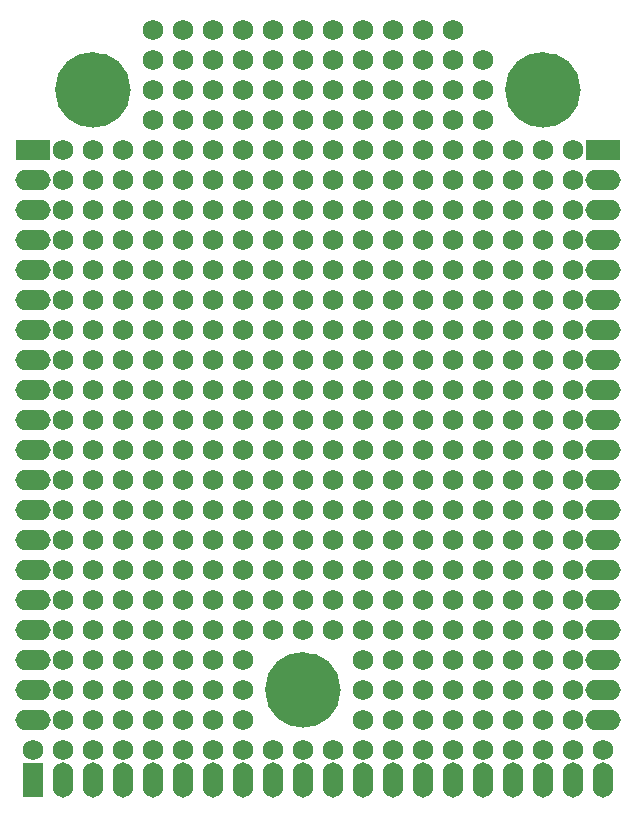
<source format=gts>
G04 Layer_Color=8388736*
%FSLAX25Y25*%
%MOIN*%
G70*
G01*
G75*
%ADD21C,0.06299*%
%ADD22C,0.06800*%
%ADD23C,0.17623*%
%ADD24R,0.11800X0.06800*%
%ADD25O,0.11800X0.06800*%
%ADD26R,0.06800X0.11800*%
%ADD27O,0.06800X0.11800*%
D21*
X429449Y170000D02*
G03*
X429449Y170000I-9449J0D01*
G01*
X359449Y370000D02*
G03*
X359449Y370000I-9449J0D01*
G01*
X509449D02*
G03*
X509449Y370000I-9449J0D01*
G01*
D22*
X340000Y150000D02*
D03*
X350000D02*
D03*
X330000D02*
D03*
X360000D02*
D03*
X400000D02*
D03*
X390000D02*
D03*
X380000D02*
D03*
X370000D02*
D03*
X440000D02*
D03*
X430000D02*
D03*
X420000D02*
D03*
X410000D02*
D03*
X480000D02*
D03*
X470000D02*
D03*
X460000D02*
D03*
X450000D02*
D03*
X490000D02*
D03*
X500000D02*
D03*
X510000D02*
D03*
X520000D02*
D03*
X510000Y170000D02*
D03*
Y180000D02*
D03*
Y160000D02*
D03*
Y190000D02*
D03*
Y230000D02*
D03*
Y220000D02*
D03*
Y210000D02*
D03*
Y200000D02*
D03*
Y270000D02*
D03*
Y260000D02*
D03*
Y250000D02*
D03*
Y240000D02*
D03*
Y310000D02*
D03*
Y300000D02*
D03*
Y290000D02*
D03*
Y280000D02*
D03*
Y320000D02*
D03*
Y330000D02*
D03*
Y340000D02*
D03*
Y350000D02*
D03*
X340000Y170000D02*
D03*
Y180000D02*
D03*
Y160000D02*
D03*
Y190000D02*
D03*
Y230000D02*
D03*
Y220000D02*
D03*
Y210000D02*
D03*
Y200000D02*
D03*
Y270000D02*
D03*
Y260000D02*
D03*
Y250000D02*
D03*
Y240000D02*
D03*
Y310000D02*
D03*
Y300000D02*
D03*
Y290000D02*
D03*
Y280000D02*
D03*
Y320000D02*
D03*
Y330000D02*
D03*
Y340000D02*
D03*
Y350000D02*
D03*
X350000D02*
D03*
X360000D02*
D03*
X370000D02*
D03*
X380000D02*
D03*
X390000D02*
D03*
X400000D02*
D03*
X410000D02*
D03*
X420000D02*
D03*
X430000D02*
D03*
X440000D02*
D03*
X450000D02*
D03*
X460000D02*
D03*
X470000D02*
D03*
X490000D02*
D03*
X480000D02*
D03*
X500000D02*
D03*
Y340000D02*
D03*
X480000D02*
D03*
X490000D02*
D03*
X470000D02*
D03*
X460000D02*
D03*
X450000D02*
D03*
X440000D02*
D03*
X430000D02*
D03*
X420000D02*
D03*
X410000D02*
D03*
X400000D02*
D03*
X390000D02*
D03*
X380000D02*
D03*
X370000D02*
D03*
X360000D02*
D03*
X350000D02*
D03*
X500000Y330000D02*
D03*
X480000D02*
D03*
X490000D02*
D03*
X470000D02*
D03*
X460000D02*
D03*
X450000D02*
D03*
X440000D02*
D03*
X430000D02*
D03*
X420000D02*
D03*
X410000D02*
D03*
X400000D02*
D03*
X390000D02*
D03*
X380000D02*
D03*
X370000D02*
D03*
X360000D02*
D03*
X350000D02*
D03*
X500000Y320000D02*
D03*
X480000D02*
D03*
X490000D02*
D03*
X470000D02*
D03*
X460000D02*
D03*
X450000D02*
D03*
X440000D02*
D03*
X430000D02*
D03*
X420000D02*
D03*
X410000D02*
D03*
X400000D02*
D03*
X390000D02*
D03*
X380000D02*
D03*
X370000D02*
D03*
X360000D02*
D03*
X350000D02*
D03*
Y280000D02*
D03*
X360000D02*
D03*
X370000D02*
D03*
X380000D02*
D03*
X390000D02*
D03*
X400000D02*
D03*
X410000D02*
D03*
X420000D02*
D03*
X430000D02*
D03*
X440000D02*
D03*
X450000D02*
D03*
X460000D02*
D03*
X470000D02*
D03*
X490000D02*
D03*
X480000D02*
D03*
X500000D02*
D03*
X350000Y290000D02*
D03*
X360000D02*
D03*
X370000D02*
D03*
X380000D02*
D03*
X390000D02*
D03*
X400000D02*
D03*
X410000D02*
D03*
X420000D02*
D03*
X430000D02*
D03*
X440000D02*
D03*
X450000D02*
D03*
X460000D02*
D03*
X470000D02*
D03*
X490000D02*
D03*
X480000D02*
D03*
X500000D02*
D03*
X350000Y300000D02*
D03*
X360000D02*
D03*
X370000D02*
D03*
X380000D02*
D03*
X390000D02*
D03*
X400000D02*
D03*
X410000D02*
D03*
X420000D02*
D03*
X430000D02*
D03*
X440000D02*
D03*
X450000D02*
D03*
X460000D02*
D03*
X470000D02*
D03*
X490000D02*
D03*
X480000D02*
D03*
X500000D02*
D03*
Y310000D02*
D03*
X480000D02*
D03*
X490000D02*
D03*
X470000D02*
D03*
X460000D02*
D03*
X450000D02*
D03*
X440000D02*
D03*
X430000D02*
D03*
X420000D02*
D03*
X410000D02*
D03*
X400000D02*
D03*
X390000D02*
D03*
X380000D02*
D03*
X370000D02*
D03*
X360000D02*
D03*
X350000D02*
D03*
Y240000D02*
D03*
X360000D02*
D03*
X370000D02*
D03*
X380000D02*
D03*
X390000D02*
D03*
X400000D02*
D03*
X410000D02*
D03*
X420000D02*
D03*
X430000D02*
D03*
X440000D02*
D03*
X450000D02*
D03*
X460000D02*
D03*
X470000D02*
D03*
X490000D02*
D03*
X480000D02*
D03*
X500000D02*
D03*
X350000Y250000D02*
D03*
X360000D02*
D03*
X370000D02*
D03*
X380000D02*
D03*
X390000D02*
D03*
X400000D02*
D03*
X410000D02*
D03*
X420000D02*
D03*
X430000D02*
D03*
X440000D02*
D03*
X450000D02*
D03*
X460000D02*
D03*
X470000D02*
D03*
X490000D02*
D03*
X480000D02*
D03*
X500000D02*
D03*
X350000Y260000D02*
D03*
X360000D02*
D03*
X370000D02*
D03*
X380000D02*
D03*
X390000D02*
D03*
X400000D02*
D03*
X410000D02*
D03*
X420000D02*
D03*
X430000D02*
D03*
X440000D02*
D03*
X450000D02*
D03*
X460000D02*
D03*
X470000D02*
D03*
X490000D02*
D03*
X480000D02*
D03*
X500000D02*
D03*
Y270000D02*
D03*
X480000D02*
D03*
X490000D02*
D03*
X470000D02*
D03*
X460000D02*
D03*
X450000D02*
D03*
X440000D02*
D03*
X430000D02*
D03*
X420000D02*
D03*
X410000D02*
D03*
X400000D02*
D03*
X390000D02*
D03*
X380000D02*
D03*
X370000D02*
D03*
X360000D02*
D03*
X350000D02*
D03*
Y200000D02*
D03*
X360000D02*
D03*
X370000D02*
D03*
X380000D02*
D03*
X390000D02*
D03*
X400000D02*
D03*
X410000D02*
D03*
X420000D02*
D03*
X430000D02*
D03*
X440000D02*
D03*
X450000D02*
D03*
X460000D02*
D03*
X470000D02*
D03*
X490000D02*
D03*
X480000D02*
D03*
X500000D02*
D03*
X350000Y210000D02*
D03*
X360000D02*
D03*
X370000D02*
D03*
X380000D02*
D03*
X390000D02*
D03*
X400000D02*
D03*
X410000D02*
D03*
X420000D02*
D03*
X430000D02*
D03*
X440000D02*
D03*
X450000D02*
D03*
X460000D02*
D03*
X470000D02*
D03*
X490000D02*
D03*
X480000D02*
D03*
X500000D02*
D03*
X350000Y220000D02*
D03*
X360000D02*
D03*
X370000D02*
D03*
X380000D02*
D03*
X390000D02*
D03*
X400000D02*
D03*
X410000D02*
D03*
X420000D02*
D03*
X430000D02*
D03*
X440000D02*
D03*
X450000D02*
D03*
X460000D02*
D03*
X470000D02*
D03*
X490000D02*
D03*
X480000D02*
D03*
X500000D02*
D03*
Y230000D02*
D03*
X480000D02*
D03*
X490000D02*
D03*
X470000D02*
D03*
X460000D02*
D03*
X450000D02*
D03*
X440000D02*
D03*
X430000D02*
D03*
X420000D02*
D03*
X410000D02*
D03*
X400000D02*
D03*
X390000D02*
D03*
X380000D02*
D03*
X370000D02*
D03*
X360000D02*
D03*
X350000D02*
D03*
X500000Y190000D02*
D03*
X480000D02*
D03*
X490000D02*
D03*
X470000D02*
D03*
X460000D02*
D03*
X450000D02*
D03*
X440000D02*
D03*
X430000D02*
D03*
X420000D02*
D03*
X410000D02*
D03*
X400000D02*
D03*
X390000D02*
D03*
X380000D02*
D03*
X370000D02*
D03*
X360000D02*
D03*
X350000D02*
D03*
Y160000D02*
D03*
X360000D02*
D03*
X370000D02*
D03*
X380000D02*
D03*
X390000D02*
D03*
X400000D02*
D03*
Y180000D02*
D03*
X390000D02*
D03*
X380000D02*
D03*
X370000D02*
D03*
X360000D02*
D03*
X350000D02*
D03*
X400000Y170000D02*
D03*
X390000D02*
D03*
X380000D02*
D03*
X370000D02*
D03*
X360000D02*
D03*
X350000D02*
D03*
X440000Y160000D02*
D03*
X450000D02*
D03*
X460000D02*
D03*
X470000D02*
D03*
X480000D02*
D03*
X490000D02*
D03*
Y180000D02*
D03*
X480000D02*
D03*
X470000D02*
D03*
X460000D02*
D03*
X450000D02*
D03*
X440000D02*
D03*
X490000Y170000D02*
D03*
X480000D02*
D03*
X470000D02*
D03*
X460000D02*
D03*
X450000D02*
D03*
X440000D02*
D03*
X500000D02*
D03*
Y160000D02*
D03*
Y180000D02*
D03*
X370000Y360000D02*
D03*
X380000D02*
D03*
X390000D02*
D03*
X400000D02*
D03*
X410000D02*
D03*
X420000D02*
D03*
X430000D02*
D03*
X440000D02*
D03*
X450000D02*
D03*
X460000D02*
D03*
X470000D02*
D03*
X480000D02*
D03*
X370000Y370000D02*
D03*
X380000D02*
D03*
X390000D02*
D03*
X400000D02*
D03*
X410000D02*
D03*
X420000D02*
D03*
X430000D02*
D03*
X440000D02*
D03*
X450000D02*
D03*
X460000D02*
D03*
X470000D02*
D03*
X480000D02*
D03*
Y380000D02*
D03*
X470000D02*
D03*
X460000D02*
D03*
X450000D02*
D03*
X440000D02*
D03*
X430000D02*
D03*
X420000D02*
D03*
X410000D02*
D03*
X400000D02*
D03*
X390000D02*
D03*
X380000D02*
D03*
X370000D02*
D03*
Y390000D02*
D03*
X380000D02*
D03*
X390000D02*
D03*
X400000D02*
D03*
X410000D02*
D03*
X420000D02*
D03*
X430000D02*
D03*
X440000D02*
D03*
X450000D02*
D03*
X460000D02*
D03*
X470000D02*
D03*
D23*
X420000Y170000D02*
D03*
X350000Y370000D02*
D03*
X500000D02*
D03*
D24*
X520000Y350000D02*
D03*
X330000D02*
D03*
D25*
X520000Y340000D02*
D03*
Y330000D02*
D03*
Y320000D02*
D03*
Y310000D02*
D03*
Y300000D02*
D03*
Y290000D02*
D03*
Y280000D02*
D03*
Y270000D02*
D03*
Y260000D02*
D03*
Y250000D02*
D03*
Y240000D02*
D03*
Y230000D02*
D03*
Y220000D02*
D03*
Y210000D02*
D03*
Y200000D02*
D03*
Y190000D02*
D03*
Y180000D02*
D03*
Y170000D02*
D03*
Y160000D02*
D03*
X330000Y340000D02*
D03*
Y330000D02*
D03*
Y320000D02*
D03*
Y310000D02*
D03*
Y300000D02*
D03*
Y290000D02*
D03*
Y280000D02*
D03*
Y270000D02*
D03*
Y260000D02*
D03*
Y250000D02*
D03*
Y240000D02*
D03*
Y230000D02*
D03*
Y220000D02*
D03*
Y210000D02*
D03*
Y200000D02*
D03*
Y190000D02*
D03*
Y180000D02*
D03*
Y170000D02*
D03*
Y160000D02*
D03*
D26*
Y140000D02*
D03*
D27*
X340000D02*
D03*
X350000D02*
D03*
X360000D02*
D03*
X370000D02*
D03*
X380000D02*
D03*
X390000D02*
D03*
X400000D02*
D03*
X410000D02*
D03*
X420000D02*
D03*
X430000D02*
D03*
X440000D02*
D03*
X450000D02*
D03*
X460000D02*
D03*
X470000D02*
D03*
X480000D02*
D03*
X490000D02*
D03*
X500000D02*
D03*
X510000D02*
D03*
X520000D02*
D03*
M02*

</source>
